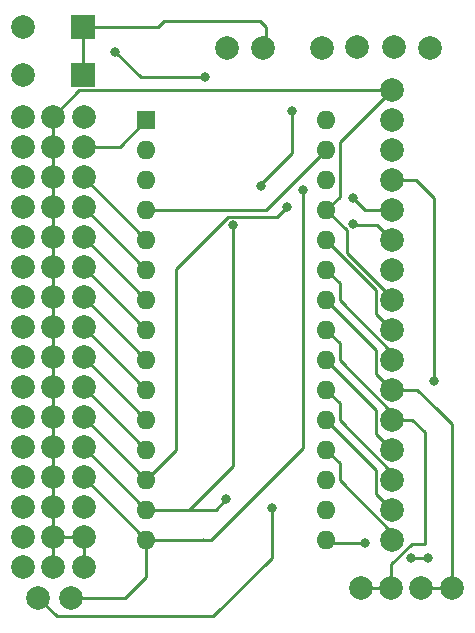
<source format=gbr>
%TF.GenerationSoftware,KiCad,Pcbnew,(5.1.9)-1*%
%TF.CreationDate,2023-07-21T13:25:52+02:00*%
%TF.ProjectId,NANO_Bot,4e414e4f-5f42-46f7-942e-6b696361645f,rev?*%
%TF.SameCoordinates,Original*%
%TF.FileFunction,Copper,L1,Top*%
%TF.FilePolarity,Positive*%
%FSLAX46Y46*%
G04 Gerber Fmt 4.6, Leading zero omitted, Abs format (unit mm)*
G04 Created by KiCad (PCBNEW (5.1.9)-1) date 2023-07-21 13:25:52*
%MOMM*%
%LPD*%
G01*
G04 APERTURE LIST*
%TA.AperFunction,ComponentPad*%
%ADD10C,2.000000*%
%TD*%
%TA.AperFunction,ComponentPad*%
%ADD11R,2.000000X2.000000*%
%TD*%
%TA.AperFunction,ComponentPad*%
%ADD12R,1.600000X1.600000*%
%TD*%
%TA.AperFunction,ComponentPad*%
%ADD13O,1.600000X1.600000*%
%TD*%
%TA.AperFunction,ViaPad*%
%ADD14C,0.800000*%
%TD*%
%TA.AperFunction,Conductor*%
%ADD15C,0.250000*%
%TD*%
G04 APERTURE END LIST*
D10*
%TO.P,J4,1*%
%TO.N,Net-(A1-Pad19)*%
X142748000Y-348234000D03*
%TO.P,J4,2*%
%TO.N,Net-(A1-Pad20)*%
X142748000Y-345694000D03*
%TO.P,J4,3*%
%TO.N,Net-(A1-Pad21)*%
X142748000Y-343154000D03*
%TO.P,J4,4*%
%TO.N,Net-(A1-Pad22)*%
X142748000Y-340614000D03*
%TO.P,J4,5*%
%TO.N,Net-(A1-Pad23)*%
X142748000Y-338074000D03*
%TO.P,J4,6*%
%TO.N,Net-(A1-Pad24)*%
X142748000Y-335534000D03*
%TO.P,J4,7*%
%TO.N,Net-(A1-Pad25)*%
X142748000Y-332994000D03*
%TO.P,J4,8*%
%TO.N,Net-(A1-Pad26)*%
X142748000Y-330454000D03*
%TO.P,J4,9*%
%TO.N,Net-(A1-Pad27)*%
X142748000Y-327914000D03*
%TO.P,J4,10*%
%TO.N,Net-(A1-Pad29)*%
X142748000Y-325374000D03*
%TO.P,J4,11*%
%TO.N,Net-(A1-Pad14)*%
X142748000Y-322834000D03*
%TO.P,J4,12*%
%TO.N,Net-(A1-Pad13)*%
X142748000Y-320294000D03*
%TO.P,J4,13*%
%TO.N,Net-(A1-Pad16)*%
X142748000Y-317754000D03*
%TO.P,J4,14*%
%TO.N,Net-(A1-Pad30)*%
X142748000Y-315214000D03*
%TO.P,J4,15*%
%TO.N,Net-(A1-Pad17)*%
X142748000Y-312674000D03*
%TO.P,J4,16*%
%TO.N,Net-(A1-Pad27)*%
X142748000Y-310134000D03*
%TD*%
%TO.P,LP,1*%
%TO.N,Net-(A1-Pad30)*%
X128778000Y-306578000D03*
%TD*%
%TO.P,LP,1*%
%TO.N,Net-(S1-Pad1)*%
X131826000Y-306578000D03*
%TD*%
%TO.P,SDA,1*%
%TO.N,Net-(A1-Pad24)*%
X147790000Y-352298000D03*
%TD*%
%TO.P,SDA,1*%
%TO.N,Net-(A1-Pad23)*%
X142670000Y-352298000D03*
%TD*%
%TO.P,MISO,1*%
%TO.N,Net-(A1-Pad15)*%
X115580000Y-353210000D03*
%TD*%
%TO.P,MOSI,1*%
%TO.N,Net-(A1-Pad14)*%
X112800000Y-353180000D03*
%TD*%
%TO.P,SDL,1*%
%TO.N,Net-(A1-Pad24)*%
X145230000Y-352298000D03*
%TD*%
%TO.P,SDA,1*%
%TO.N,Net-(A1-Pad23)*%
X140100000Y-352298000D03*
%TD*%
%TO.P,LP,1*%
%TO.N,Net-(A1-Pad15)*%
X145950000Y-306580000D03*
%TD*%
%TO.P,LP,1*%
%TO.N,Net-(A1-Pad15)*%
X142920000Y-306530000D03*
%TD*%
%TO.P,MISO,1*%
%TO.N,Net-(A1-Pad14)*%
X139790000Y-306530000D03*
%TD*%
%TO.P,MOSI,1*%
%TO.N,Net-(A1-Pad14)*%
X136770000Y-306580000D03*
%TD*%
D11*
%TO.P,GND,2*%
%TO.N,Net-(S1-Pad1)*%
X116586000Y-308864000D03*
D10*
%TO.P,GND,1*%
%TO.N,Net-(A1-Pad29)*%
X111506000Y-308864000D03*
%TD*%
D12*
%TO.P,A1,1*%
%TO.N,Net-(A1-Pad1)*%
X121951001Y-312695001D03*
D13*
%TO.P,A1,17*%
%TO.N,Net-(A1-Pad17)*%
X137191001Y-345715001D03*
%TO.P,A1,2*%
%TO.N,Net-(A1-Pad2)*%
X121951001Y-315235001D03*
%TO.P,A1,18*%
%TO.N,Net-(A1-Pad18)*%
X137191001Y-343175001D03*
%TO.P,A1,3*%
%TO.N,Net-(A1-Pad28)*%
X121951001Y-317775001D03*
%TO.P,A1,19*%
%TO.N,Net-(A1-Pad19)*%
X137191001Y-340635001D03*
%TO.P,A1,4*%
%TO.N,Net-(A1-Pad29)*%
X121951001Y-320315001D03*
%TO.P,A1,20*%
%TO.N,Net-(A1-Pad20)*%
X137191001Y-338095001D03*
%TO.P,A1,5*%
%TO.N,Net-(A1-Pad5)*%
X121951001Y-322855001D03*
%TO.P,A1,21*%
%TO.N,Net-(A1-Pad21)*%
X137191001Y-335555001D03*
%TO.P,A1,6*%
%TO.N,Net-(A1-Pad6)*%
X121951001Y-325395001D03*
%TO.P,A1,22*%
%TO.N,Net-(A1-Pad22)*%
X137191001Y-333015001D03*
%TO.P,A1,7*%
%TO.N,Net-(A1-Pad7)*%
X121951001Y-327935001D03*
%TO.P,A1,23*%
%TO.N,Net-(A1-Pad23)*%
X137191001Y-330475001D03*
%TO.P,A1,8*%
%TO.N,Net-(A1-Pad8)*%
X121951001Y-330475001D03*
%TO.P,A1,24*%
%TO.N,Net-(A1-Pad24)*%
X137191001Y-327935001D03*
%TO.P,A1,9*%
%TO.N,Net-(A1-Pad9)*%
X121951001Y-333015001D03*
%TO.P,A1,25*%
%TO.N,Net-(A1-Pad25)*%
X137191001Y-325395001D03*
%TO.P,A1,10*%
%TO.N,Net-(A1-Pad10)*%
X121951001Y-335555001D03*
%TO.P,A1,26*%
%TO.N,Net-(A1-Pad26)*%
X137191001Y-322855001D03*
%TO.P,A1,11*%
%TO.N,Net-(A1-Pad11)*%
X121951001Y-338095001D03*
%TO.P,A1,27*%
%TO.N,Net-(A1-Pad27)*%
X137191001Y-320315001D03*
%TO.P,A1,12*%
%TO.N,Net-(A1-Pad12)*%
X121951001Y-340635001D03*
%TO.P,A1,28*%
%TO.N,Net-(A1-Pad28)*%
X137191001Y-317775001D03*
%TO.P,A1,13*%
%TO.N,Net-(A1-Pad13)*%
X121951001Y-343175001D03*
%TO.P,A1,29*%
%TO.N,Net-(A1-Pad29)*%
X137191001Y-315235001D03*
%TO.P,A1,14*%
%TO.N,Net-(A1-Pad14)*%
X121951001Y-345715001D03*
%TO.P,A1,30*%
%TO.N,Net-(A1-Pad30)*%
X137191001Y-312695001D03*
%TO.P,A1,15*%
%TO.N,Net-(A1-Pad15)*%
X121951001Y-348255001D03*
%TO.P,A1,16*%
%TO.N,Net-(A1-Pad16)*%
X137191001Y-348255001D03*
%TD*%
D10*
%TO.P,J1,1*%
%TO.N,Net-(A1-Pad29)*%
X111506000Y-350520000D03*
%TO.P,J1,2*%
X111506000Y-347980000D03*
%TO.P,J1,3*%
X111506000Y-345440000D03*
%TO.P,J1,4*%
X111506000Y-342900000D03*
%TO.P,J1,5*%
X111506000Y-340360000D03*
%TO.P,J1,6*%
X111506000Y-337820000D03*
%TO.P,J1,7*%
X111506000Y-335280000D03*
%TO.P,J1,8*%
X111506000Y-332740000D03*
%TO.P,J1,9*%
X111506000Y-330200000D03*
%TO.P,J1,10*%
X111506000Y-327660000D03*
%TO.P,J1,11*%
X111506000Y-325120000D03*
%TO.P,J1,12*%
X111506000Y-322580000D03*
%TO.P,J1,13*%
X111506000Y-320040000D03*
%TO.P,J1,14*%
X111506000Y-317500000D03*
%TO.P,J1,15*%
X111506000Y-314960000D03*
%TO.P,J1,16*%
X111506000Y-312420000D03*
%TD*%
%TO.P,J2,16*%
%TO.N,Net-(A1-Pad27)*%
X114046000Y-350520000D03*
%TO.P,J2,15*%
X114046000Y-347980000D03*
%TO.P,J2,14*%
X114046000Y-345440000D03*
%TO.P,J2,13*%
X114046000Y-342900000D03*
%TO.P,J2,12*%
X114046000Y-340360000D03*
%TO.P,J2,11*%
X114046000Y-337820000D03*
%TO.P,J2,10*%
X114046000Y-335280000D03*
%TO.P,J2,9*%
X114046000Y-332740000D03*
%TO.P,J2,8*%
X114046000Y-330200000D03*
%TO.P,J2,7*%
X114046000Y-327660000D03*
%TO.P,J2,6*%
X114046000Y-325120000D03*
%TO.P,J2,5*%
X114046000Y-322580000D03*
%TO.P,J2,4*%
X114046000Y-320040000D03*
%TO.P,J2,3*%
X114046000Y-317500000D03*
%TO.P,J2,2*%
X114046000Y-314960000D03*
%TO.P,J2,1*%
X114046000Y-312420000D03*
%TD*%
%TO.P,J3,16*%
%TO.N,Net-(A1-Pad27)*%
X116650000Y-350530000D03*
%TO.P,J3,15*%
X116650000Y-347990000D03*
%TO.P,J3,14*%
%TO.N,Net-(A1-Pad16)*%
X116650000Y-345450000D03*
%TO.P,J3,13*%
%TO.N,Net-(A1-Pad15)*%
X116650000Y-342910000D03*
%TO.P,J3,12*%
%TO.N,Net-(A1-Pad14)*%
X116650000Y-340370000D03*
%TO.P,J3,11*%
%TO.N,Net-(A1-Pad13)*%
X116650000Y-337830000D03*
%TO.P,J3,10*%
%TO.N,Net-(A1-Pad12)*%
X116650000Y-335290000D03*
%TO.P,J3,9*%
%TO.N,Net-(A1-Pad11)*%
X116650000Y-332750000D03*
%TO.P,J3,8*%
%TO.N,Net-(A1-Pad10)*%
X116650000Y-330210000D03*
%TO.P,J3,7*%
%TO.N,Net-(A1-Pad9)*%
X116650000Y-327670000D03*
%TO.P,J3,6*%
%TO.N,Net-(A1-Pad8)*%
X116650000Y-325130000D03*
%TO.P,J3,5*%
%TO.N,Net-(A1-Pad7)*%
X116650000Y-322590000D03*
%TO.P,J3,4*%
%TO.N,Net-(A1-Pad6)*%
X116650000Y-320050000D03*
%TO.P,J3,3*%
%TO.N,Net-(A1-Pad5)*%
X116650000Y-317510000D03*
%TO.P,J3,2*%
%TO.N,Net-(A1-Pad1)*%
X116650000Y-314970000D03*
%TO.P,J3,1*%
%TO.N,Net-(A1-Pad2)*%
X116650000Y-312430000D03*
%TD*%
%TO.P,GND,1*%
%TO.N,Net-(A1-Pad29)*%
X111506000Y-304800000D03*
D11*
%TO.P,GND,2*%
%TO.N,Net-(S1-Pad1)*%
X116586000Y-304800000D03*
%TD*%
D14*
%TO.N,Net-(A1-Pad29)*%
X126920000Y-309110000D03*
X119320000Y-306920000D03*
%TO.N,Net-(A1-Pad13)*%
X139446000Y-319278000D03*
X133858000Y-320040000D03*
%TO.N,Net-(A1-Pad14)*%
X129240000Y-321640000D03*
X128680000Y-344830000D03*
X132580000Y-345520000D03*
X139455723Y-321554468D03*
%TO.N,Net-(A1-Pad15)*%
X134280000Y-311910000D03*
X131630000Y-318340000D03*
X135160000Y-318640000D03*
%TO.N,Net-(A1-Pad16)*%
X146304000Y-334772000D03*
X145796000Y-349758000D03*
X144309000Y-349758000D03*
X140462000Y-348488000D03*
%TD*%
D15*
%TO.N,Net-(A1-Pad1)*%
X119676002Y-314970000D02*
X121951001Y-312695001D01*
X116650000Y-314970000D02*
X119676002Y-314970000D01*
%TO.N,Net-(A1-Pad19)*%
X138316002Y-341760002D02*
X137191001Y-340635001D01*
X138316002Y-343223004D02*
X138316002Y-341760002D01*
X142748000Y-347655002D02*
X138316002Y-343223004D01*
X142748000Y-348234000D02*
X142748000Y-347655002D01*
%TO.N,Net-(A1-Pad29)*%
X132111001Y-320315001D02*
X137191001Y-315235001D01*
X121951001Y-320315001D02*
X132111001Y-320315001D01*
X121510000Y-309110000D02*
X119320000Y-306920000D01*
X126920000Y-309110000D02*
X121510000Y-309110000D01*
%TO.N,Net-(A1-Pad20)*%
X141422999Y-342326999D02*
X137191001Y-338095001D01*
X141422999Y-344368999D02*
X141422999Y-342326999D01*
X142748000Y-345694000D02*
X141422999Y-344368999D01*
%TO.N,Net-(A1-Pad5)*%
X116650000Y-317554000D02*
X116650000Y-317510000D01*
X121951001Y-322855001D02*
X116650000Y-317554000D01*
%TO.N,Net-(A1-Pad21)*%
X138316002Y-336680002D02*
X137191001Y-335555001D01*
X138316002Y-338143004D02*
X138316002Y-336680002D01*
X142748000Y-342575002D02*
X138316002Y-338143004D01*
X142748000Y-343154000D02*
X142748000Y-342575002D01*
%TO.N,Net-(A1-Pad6)*%
X116650000Y-320094000D02*
X116650000Y-320050000D01*
X121951001Y-325395001D02*
X116650000Y-320094000D01*
%TO.N,Net-(A1-Pad22)*%
X141422999Y-339288999D02*
X141422999Y-337246999D01*
X141422999Y-337246999D02*
X137191001Y-333015001D01*
X142748000Y-340614000D02*
X141422999Y-339288999D01*
%TO.N,Net-(A1-Pad7)*%
X116650000Y-322634000D02*
X116650000Y-322590000D01*
X121951001Y-327935001D02*
X116650000Y-322634000D01*
%TO.N,Net-(A1-Pad23)*%
X138316002Y-333063004D02*
X138316002Y-331600002D01*
X138316002Y-331600002D02*
X137191001Y-330475001D01*
X142748000Y-337495002D02*
X138316002Y-333063004D01*
X142748000Y-338074000D02*
X142748000Y-337495002D01*
X142748000Y-338074000D02*
X144464000Y-338074000D01*
X144464000Y-338074000D02*
X145500000Y-339110000D01*
X145500000Y-339110000D02*
X145500000Y-348590000D01*
X142670000Y-352298000D02*
X140100000Y-352298000D01*
X145500000Y-348590000D02*
X144424000Y-348590000D01*
X142670000Y-350344000D02*
X142670000Y-352298000D01*
X144424000Y-348590000D02*
X142670000Y-350344000D01*
%TO.N,Net-(A1-Pad8)*%
X116650000Y-325174000D02*
X116650000Y-325130000D01*
X121951001Y-330475001D02*
X116650000Y-325174000D01*
%TO.N,Net-(A1-Pad24)*%
X141422999Y-332166999D02*
X137191001Y-327935001D01*
X141422999Y-334208999D02*
X141422999Y-332166999D01*
X142748000Y-335534000D02*
X141422999Y-334208999D01*
X142748000Y-335534000D02*
X144854000Y-335534000D01*
X145230000Y-352298000D02*
X147790000Y-352298000D01*
X147790000Y-338470000D02*
X146595000Y-337275000D01*
X147790000Y-352298000D02*
X147790000Y-338470000D01*
X146595000Y-337275000D02*
X146960000Y-337640000D01*
X144854000Y-335534000D02*
X146595000Y-337275000D01*
%TO.N,Net-(A1-Pad9)*%
X116650000Y-327714000D02*
X116650000Y-327670000D01*
X121951001Y-333015001D02*
X116650000Y-327714000D01*
%TO.N,Net-(A1-Pad25)*%
X138316002Y-326520002D02*
X137191001Y-325395001D01*
X142748000Y-332415002D02*
X138316002Y-327983004D01*
X138316002Y-327983004D02*
X138316002Y-326520002D01*
X142748000Y-332994000D02*
X142748000Y-332415002D01*
%TO.N,Net-(A1-Pad10)*%
X116650000Y-330254000D02*
X116650000Y-330210000D01*
X121951001Y-335555001D02*
X116650000Y-330254000D01*
%TO.N,Net-(A1-Pad26)*%
X141422999Y-327086999D02*
X137191001Y-322855001D01*
X141422999Y-329128999D02*
X141422999Y-327086999D01*
X142748000Y-330454000D02*
X141422999Y-329128999D01*
%TO.N,Net-(A1-Pad11)*%
X116650000Y-332794000D02*
X116650000Y-332750000D01*
X121951001Y-338095001D02*
X116650000Y-332794000D01*
%TO.N,Net-(A1-Pad27)*%
X116640000Y-347980000D02*
X116650000Y-347990000D01*
X138316002Y-319190000D02*
X137191001Y-320315001D01*
X138316002Y-314565998D02*
X138316002Y-319190000D01*
X142748000Y-310134000D02*
X138316002Y-314565998D01*
X116276999Y-310189001D02*
X114046000Y-312420000D01*
X142692999Y-310189001D02*
X116276999Y-310189001D01*
X142748000Y-310134000D02*
X142692999Y-310189001D01*
X116650000Y-350530000D02*
X116650000Y-347990000D01*
X114046000Y-312420000D02*
X114046000Y-314960000D01*
X114046000Y-314960000D02*
X114046000Y-317500000D01*
X114046000Y-317500000D02*
X114046000Y-320040000D01*
X114046000Y-320040000D02*
X114046000Y-322580000D01*
X114046000Y-322580000D02*
X114046000Y-325120000D01*
X114046000Y-325120000D02*
X114046000Y-327660000D01*
X114046000Y-327660000D02*
X114046000Y-330200000D01*
X114046000Y-330200000D02*
X114046000Y-332740000D01*
X114046000Y-332740000D02*
X114046000Y-335280000D01*
X114046000Y-335280000D02*
X114046000Y-337820000D01*
X114046000Y-337820000D02*
X114046000Y-340360000D01*
X114046000Y-340360000D02*
X114046000Y-342900000D01*
X114046000Y-342900000D02*
X114046000Y-345440000D01*
X114046000Y-350520000D02*
X114046000Y-347980000D01*
X114046000Y-347980000D02*
X114046000Y-345440000D01*
X114056000Y-347990000D02*
X114046000Y-347980000D01*
X116650000Y-347990000D02*
X114056000Y-347990000D01*
X137191001Y-320315001D02*
X138938000Y-322062000D01*
X142748000Y-327775590D02*
X142748000Y-327914000D01*
X138938000Y-323965590D02*
X142748000Y-327775590D01*
X138938000Y-322062000D02*
X138938000Y-323965590D01*
%TO.N,Net-(A1-Pad12)*%
X116650000Y-335334000D02*
X116650000Y-335290000D01*
X121951001Y-340635001D02*
X116650000Y-335334000D01*
%TO.N,Net-(A1-Pad13)*%
X116650000Y-337874000D02*
X116650000Y-337830000D01*
X121951001Y-343175001D02*
X116650000Y-337874000D01*
X140462000Y-320294000D02*
X139446000Y-319278000D01*
X142748000Y-320294000D02*
X140462000Y-320294000D01*
X128891999Y-320914999D02*
X124460000Y-325346998D01*
X132983001Y-320914999D02*
X128891999Y-320914999D01*
X133858000Y-320040000D02*
X132983001Y-320914999D01*
X124460000Y-340666002D02*
X121951001Y-343175001D01*
X124460000Y-325346998D02*
X124460000Y-340666002D01*
%TO.N,Net-(A1-Pad14)*%
X112800000Y-352340000D02*
X112800000Y-353180000D01*
X116650000Y-340414000D02*
X116650000Y-340370000D01*
X121951001Y-345715001D02*
X116650000Y-340414000D01*
X121951001Y-345715001D02*
X125534999Y-345715001D01*
X129240000Y-342010000D02*
X129240000Y-321640000D01*
X125534999Y-345715001D02*
X129240000Y-342010000D01*
X127794999Y-345715001D02*
X128680000Y-344830000D01*
X125534999Y-345715001D02*
X127794999Y-345715001D01*
X132580000Y-345520000D02*
X132580000Y-349760000D01*
X132580000Y-349760000D02*
X127598010Y-354741990D01*
X114361990Y-354741990D02*
X112800000Y-353180000D01*
X127598010Y-354741990D02*
X114361990Y-354741990D01*
X139446191Y-321564000D02*
X139455723Y-321554468D01*
X141478000Y-321564000D02*
X139446191Y-321564000D01*
X142748000Y-322834000D02*
X141478000Y-321564000D01*
%TO.N,Net-(A1-Pad15)*%
X116650000Y-342954000D02*
X116650000Y-342910000D01*
X121951001Y-348255001D02*
X116650000Y-342954000D01*
X121951001Y-348255001D02*
X126724999Y-348255001D01*
X126724999Y-348255001D02*
X126724999Y-348215001D01*
X126724999Y-348255001D02*
X127404999Y-348255001D01*
X135160000Y-340500000D02*
X135160000Y-318640000D01*
X127404999Y-348255001D02*
X135160000Y-340500000D01*
X134280000Y-311910000D02*
X134280000Y-315500000D01*
X131630000Y-318150000D02*
X131630000Y-318340000D01*
X134280000Y-315500000D02*
X131630000Y-318150000D01*
X121951001Y-348255001D02*
X121951001Y-351378999D01*
X120120000Y-353210000D02*
X115580000Y-353210000D01*
X121951001Y-351378999D02*
X120120000Y-353210000D01*
%TO.N,Net-(A1-Pad16)*%
X142748000Y-317754000D02*
X144780000Y-317754000D01*
X146304000Y-319278000D02*
X146304000Y-334772000D01*
X144780000Y-317754000D02*
X146304000Y-319278000D01*
X145796000Y-349758000D02*
X144309000Y-349758000D01*
X137424000Y-348488000D02*
X137191001Y-348255001D01*
X140462000Y-348488000D02*
X137424000Y-348488000D01*
%TO.N,Net-(S1-Pad1)*%
X116586000Y-304800000D02*
X116586000Y-308864000D01*
X116586000Y-304800000D02*
X122936000Y-304800000D01*
X122936000Y-304800000D02*
X123444000Y-304292000D01*
X123444000Y-304292000D02*
X131572000Y-304292000D01*
X131572000Y-304292000D02*
X132080000Y-304800000D01*
X132080000Y-306324000D02*
X131826000Y-306578000D01*
X132080000Y-304800000D02*
X132080000Y-306324000D01*
%TD*%
M02*

</source>
